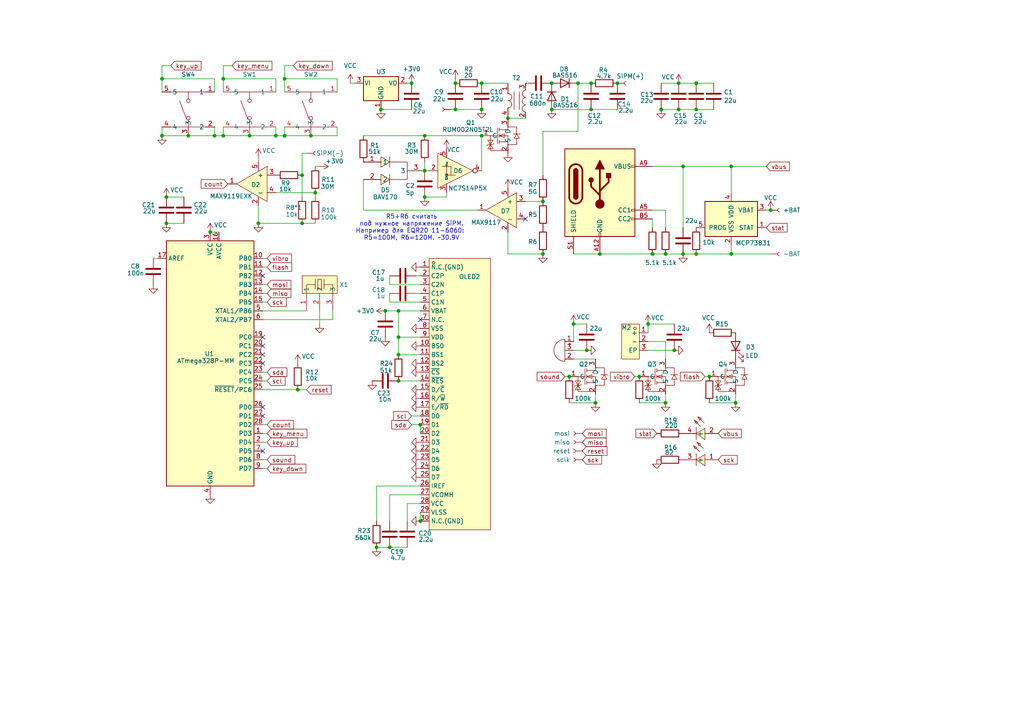
<source format=kicad_sch>
(kicad_sch (version 20250114) (generator "eeschema") (generator_version "9.0")
  (paper "A4")
  (text "R5+R6 считать\nпод нужное напряжение SiPM.\nНапример для EQR20 11-6060: \nR5=100M, R6=120M. ~30.9V" (at 119.38 66.04 0) (effects (font (size 1.27 1.27))))
  (junction (at 86.36 113.03))
  (junction (at 132.08 31.75))
  (junction (at 189.23 73.66))
  (junction (at 121.92 151.13))
  (junction (at 74.93 64.77))
  (junction (at 212.09 73.66))
  (junction (at 119.38 24.13))
  (junction (at 115.57 102.87))
  (junction (at 160.02 24.13))
  (junction (at 147.32 34.29))
  (junction (at 87.63 64.77))
  (junction (at 64.77 39.37))
  (junction (at 80.01 39.37))
  (junction (at 115.57 110.49))
  (junction (at 195.58 101.6))
  (junction (at 82.55 39.37))
  (junction (at 48.26 64.77))
  (junction (at 213.36 116.84))
  (junction (at 110.49 31.75))
  (junction (at 198.12 48.26))
  (junction (at 157.48 58.42))
  (junction (at 185.42 109.22))
  (junction (at 166.37 93.98))
  (junction (at 196.85 24.13))
  (junction (at 196.85 31.75))
  (junction (at 187.96 93.98))
  (junction (at 123.19 39.37))
  (junction (at 179.07 24.13))
  (junction (at 212.09 48.26))
  (junction (at 123.19 49.53))
  (junction (at 46.99 39.37))
  (junction (at 201.93 31.75))
  (junction (at 165.1 109.22))
  (junction (at 46.99 22.86))
  (junction (at 132.08 24.13))
  (junction (at 115.57 90.17))
  (junction (at 90.17 39.37))
  (junction (at 223.52 60.96))
  (junction (at 115.57 97.79))
  (junction (at 139.7 39.37))
  (junction (at 171.45 31.75))
  (junction (at 123.19 57.15))
  (junction (at 157.48 73.66))
  (junction (at 193.04 116.84))
  (junction (at 193.04 73.66))
  (junction (at 139.7 24.13))
  (junction (at 87.63 50.8))
  (junction (at 54.61 39.37))
  (junction (at 172.72 116.84))
  (junction (at 121.92 123.19))
  (junction (at 62.23 39.37))
  (junction (at 109.22 158.75))
  (junction (at 191.77 31.75))
  (junction (at 139.7 31.75))
  (junction (at 48.26 57.15))
  (junction (at 82.55 22.86))
  (junction (at 113.03 158.75))
  (junction (at 171.45 24.13))
  (junction (at 111.76 90.17))
  (junction (at 201.93 73.66))
  (junction (at 160.02 31.75))
  (junction (at 91.44 55.88))
  (junction (at 167.64 24.13))
  (junction (at 72.39 39.37))
  (junction (at 64.77 22.86))
  (junction (at 201.93 24.13))
  (junction (at 60.96 67.31))
  (junction (at 173.99 73.66))
  (junction (at 170.18 101.6))
  (junction (at 198.12 73.66))
  (junction (at 205.74 109.22))
  (no_connect (at 76.2 102.87))
  (no_connect (at 121.92 92.71))
  (no_connect (at 76.2 100.33))
  (no_connect (at 76.2 120.65))
  (no_connect (at 76.2 105.41))
  (no_connect (at 152.4 63.5))
  (no_connect (at 76.2 97.79))
  (no_connect (at 76.2 80.01))
  (no_connect (at 76.2 118.11))
  (no_connect (at 76.2 130.81))
  (wire (pts (xy 201.93 31.75) (xy 207.01 31.75)))
  (wire (pts (xy 46.99 22.86) (xy 62.23 22.86)))
  (wire (pts (xy 172.72 116.84) (xy 172.72 114.3)))
  (wire (pts (xy 87.63 44.45) (xy 87.63 50.8)))
  (wire (pts (xy 193.04 60.96) (xy 189.23 60.96)))
  (wire (pts (xy 80.01 55.88) (xy 91.44 55.88)))
  (wire (pts (xy 96.52 92.71) (xy 96.52 90.17)))
  (wire (pts (xy 171.45 24.13) (xy 167.64 24.13)))
  (wire (pts (xy 204.47 109.22) (xy 205.74 109.22)))
  (wire (pts (xy 76.2 92.71) (xy 96.52 92.71)))
  (wire (pts (xy 111.76 90.17) (xy 115.57 90.17)))
  (wire (pts (xy 91.44 57.15) (xy 91.44 55.88)))
  (wire (pts (xy 119.38 123.19) (xy 121.92 123.19)))
  (wire (pts (xy 157.48 38.1) (xy 157.48 50.8)))
  (wire (pts (xy 147.32 73.66) (xy 157.48 73.66)))
  (wire (pts (xy 147.32 34.29) (xy 152.4 34.29)))
  (wire (pts (xy 64.77 39.37) (xy 72.39 39.37)))
  (wire (pts (xy 62.23 36.83) (xy 62.23 39.37)))
  (wire (pts (xy 201.93 73.66) (xy 212.09 73.66)))
  (wire (pts (xy 187.96 93.98) (xy 187.96 96.52)))
  (wire (pts (xy 82.55 39.37) (xy 90.17 39.37)))
  (wire (pts (xy 76.2 113.03) (xy 86.36 113.03)))
  (wire (pts (xy 76.2 74.93) (xy 77.47 74.93)))
  (wire (pts (xy 118.11 24.13) (xy 119.38 24.13)))
  (wire (pts (xy 170.18 101.6) (xy 166.37 101.6)))
  (wire (pts (xy 212.09 73.66) (xy 212.09 71.12)))
  (wire (pts (xy 86.36 113.03) (xy 88.9 113.03)))
  (wire (pts (xy 118.11 146.05) (xy 118.11 151.13)))
  (wire (pts (xy 123.19 46.99) (xy 123.19 49.53)))
  (wire (pts (xy 74.93 59.69) (xy 74.93 64.77)))
  (wire (pts (xy 91.44 48.26) (xy 92.71 48.26)))
  (wire (pts (xy 113.03 82.55) (xy 113.03 80.01)))
  (wire (pts (xy 74.93 45.72) (xy 74.93 46.99)))
  (wire (pts (xy 195.58 101.6) (xy 187.96 101.6)))
  (wire (pts (xy 74.93 64.77) (xy 87.63 64.77)))
  (wire (pts (xy 121.92 140.97) (xy 109.22 140.97)))
  (wire (pts (xy 110.49 31.75) (xy 119.38 31.75)))
  (wire (pts (xy 198.12 73.66) (xy 201.93 73.66)))
  (wire (pts (xy 189.23 48.26) (xy 198.12 48.26)))
  (wire (pts (xy 76.2 125.73) (xy 77.47 125.73)))
  (wire (pts (xy 189.23 73.66) (xy 193.04 73.66)))
  (wire (pts (xy 115.57 102.87) (xy 121.92 102.87)))
  (wire (pts (xy 115.57 110.49) (xy 121.92 110.49)))
  (wire (pts (xy 105.41 39.37) (xy 123.19 39.37)))
  (wire (pts (xy 189.23 63.5) (xy 189.23 66.04)))
  (wire (pts (xy 109.22 158.75) (xy 113.03 158.75)))
  (wire (pts (xy 196.85 31.75) (xy 201.93 31.75)))
  (wire (pts (xy 109.22 140.97) (xy 109.22 151.13)))
  (wire (pts (xy 97.79 39.37) (xy 90.17 39.37)))
  (wire (pts (xy 185.42 116.84) (xy 193.04 116.84)))
  (wire (pts (xy 54.61 39.37) (xy 62.23 39.37)))
  (wire (pts (xy 82.55 26.67) (xy 82.55 22.86)))
  (wire (pts (xy 121.92 148.59) (xy 121.92 151.13)))
  (wire (pts (xy 132.08 31.75) (xy 130.81 31.75)))
  (wire (pts (xy 205.74 116.84) (xy 213.36 116.84)))
  (wire (pts (xy 191.77 31.75) (xy 196.85 31.75)))
  (wire (pts (xy 167.64 38.1) (xy 167.64 24.13)))
  (wire (pts (xy 212.09 48.26) (xy 212.09 55.88)))
  (wire (pts (xy 76.2 107.95) (xy 77.47 107.95)))
  (wire (pts (xy 87.63 64.77) (xy 91.44 64.77)))
  (wire (pts (xy 198.12 48.26) (xy 198.12 66.04)))
  (wire (pts (xy 97.79 22.86) (xy 97.79 26.67)))
  (wire (pts (xy 97.79 36.83) (xy 97.79 39.37)))
  (wire (pts (xy 82.55 19.05) (xy 82.55 22.86)))
  (wire (pts (xy 62.23 22.86) (xy 62.23 26.67)))
  (wire (pts (xy 166.37 73.66) (xy 173.99 73.66)))
  (wire (pts (xy 152.4 58.42) (xy 157.48 58.42)))
  (wire (pts (xy 193.04 66.04) (xy 193.04 60.96)))
  (wire (pts (xy 115.57 97.79) (xy 121.92 97.79)))
  (wire (pts (xy 76.2 128.27) (xy 77.47 128.27)))
  (wire (pts (xy 80.01 22.86) (xy 80.01 26.67)))
  (wire (pts (xy 132.08 22.86) (xy 132.08 24.13)))
  (wire (pts (xy 115.57 97.79) (xy 115.57 102.87)))
  (wire (pts (xy 46.99 36.83) (xy 46.99 39.37)))
  (wire (pts (xy 212.09 73.66) (xy 223.52 73.66)))
  (wire (pts (xy 76.2 82.55) (xy 77.47 82.55)))
  (wire (pts (xy 123.19 57.15) (xy 129.54 57.15)))
  (wire (pts (xy 76.2 77.47) (xy 77.47 77.47)))
  (wire (pts (xy 60.96 67.31) (xy 63.5 67.31)))
  (wire (pts (xy 121.92 87.63) (xy 113.03 87.63)))
  (wire (pts (xy 76.2 85.09) (xy 77.47 85.09)))
  (wire (pts (xy 163.83 109.22) (xy 165.1 109.22)))
  (wire (pts (xy 222.25 60.96) (xy 223.52 60.96)))
  (wire (pts (xy 139.7 24.13) (xy 147.32 24.13)))
  (wire (pts (xy 119.38 120.65) (xy 121.92 120.65)))
  (wire (pts (xy 67.31 19.05) (xy 64.77 19.05)))
  (wire (pts (xy 187.96 99.06) (xy 193.04 99.06)))
  (wire (pts (xy 166.37 104.14) (xy 172.72 104.14)))
  (wire (pts (xy 193.04 99.06) (xy 193.04 104.14)))
  (wire (pts (xy 201.93 24.13) (xy 207.01 24.13)))
  (wire (pts (xy 213.36 116.84) (xy 213.36 114.3)))
  (wire (pts (xy 139.7 39.37) (xy 139.7 49.53)))
  (wire (pts (xy 113.03 87.63) (xy 113.03 85.09)))
  (wire (pts (xy 72.39 39.37) (xy 80.01 39.37)))
  (wire (pts (xy 82.55 36.83) (xy 82.55 39.37)))
  (wire (pts (xy 46.99 39.37) (xy 54.61 39.37)))
  (wire (pts (xy 92.71 90.17) (xy 92.71 93.98)))
  (wire (pts (xy 165.1 116.84) (xy 172.72 116.84)))
  (wire (pts (xy 64.77 26.67) (xy 64.77 22.86)))
  (wire (pts (xy 121.92 146.05) (xy 118.11 146.05)))
  (wire (pts (xy 46.99 26.67) (xy 46.99 22.86)))
  (wire (pts (xy 113.03 158.75) (xy 118.11 158.75)))
  (wire (pts (xy 121.92 123.19) (xy 121.92 125.73)))
  (wire (pts (xy 132.08 31.75) (xy 139.7 31.75)))
  (wire (pts (xy 120.65 80.01) (xy 121.92 80.01)))
  (wire (pts (xy 44.45 74.93) (xy 45.72 74.93)))
  (wire (pts (xy 193.04 116.84) (xy 193.04 114.3)))
  (wire (pts (xy 115.57 90.17) (xy 115.57 97.79)))
  (wire (pts (xy 121.92 90.17) (xy 115.57 90.17)))
  (wire (pts (xy 121.92 143.51) (xy 113.03 143.51)))
  (wire (pts (xy 138.43 60.96) (xy 105.41 60.96)))
  (wire (pts (xy 49.53 19.05) (xy 46.99 19.05)))
  (wire (pts (xy 48.26 57.15) (xy 53.34 57.15)))
  (wire (pts (xy 196.85 24.13) (xy 201.93 24.13)))
  (wire (pts (xy 80.01 39.37) (xy 82.55 39.37)))
  (wire (pts (xy 76.2 87.63) (xy 77.47 87.63)))
  (wire (pts (xy 64.77 22.86) (xy 80.01 22.86)))
  (wire (pts (xy 76.2 123.19) (xy 77.47 123.19)))
  (wire (pts (xy 76.2 90.17) (xy 88.9 90.17)))
  (wire (pts (xy 184.15 109.22) (xy 185.42 109.22)))
  (wire (pts (xy 166.37 93.98) (xy 170.18 93.98)))
  (wire (pts (xy 123.19 49.53) (xy 124.46 49.53)))
  (wire (pts (xy 129.54 57.15) (xy 129.54 55.88)))
  (wire (pts (xy 76.2 135.89) (xy 77.47 135.89)))
  (wire (pts (xy 76.2 110.49) (xy 77.47 110.49)))
  (wire (pts (xy 64.77 19.05) (xy 64.77 22.86)))
  (wire (pts (xy 88.9 44.45) (xy 87.63 44.45)))
  (wire (pts (xy 173.99 73.66) (xy 189.23 73.66)))
  (wire (pts (xy 85.09 19.05) (xy 82.55 19.05)))
  (wire (pts (xy 113.03 143.51) (xy 113.03 151.13)))
  (wire (pts (xy 46.99 19.05) (xy 46.99 22.86)))
  (wire (pts (xy 105.41 60.96) (xy 105.41 52.07)))
  (wire (pts (xy 193.04 73.66) (xy 198.12 73.66)))
  (wire (pts (xy 160.02 31.75) (xy 171.45 31.75)))
  (wire (pts (xy 76.2 133.35) (xy 77.47 133.35)))
  (wire (pts (xy 123.19 39.37) (xy 139.7 39.37)))
  (wire (pts (xy 191.77 24.13) (xy 196.85 24.13)))
  (wire (pts (xy 198.12 48.26) (xy 212.09 48.26)))
  (wire (pts (xy 120.65 85.09) (xy 121.92 85.09)))
  (wire (pts (xy 80.01 36.83) (xy 80.01 39.37)))
  (wire (pts (xy 87.63 50.8) (xy 87.63 57.15)))
  (wire (pts (xy 187.96 93.98) (xy 195.58 93.98)))
  (wire (pts (xy 121.92 82.55) (xy 113.03 82.55)))
  (wire (pts (xy 64.77 36.83) (xy 64.77 39.37)))
  (wire (pts (xy 222.25 48.26) (xy 212.09 48.26)))
  (wire (pts (xy 147.32 67.31) (xy 147.32 73.66)))
  (wire (pts (xy 48.26 64.77) (xy 53.34 64.77)))
  (wire (pts (xy 166.37 93.98) (xy 166.37 99.06)))
  (wire (pts (xy 101.6 24.13) (xy 102.87 24.13)))
  (wire (pts (xy 171.45 31.75) (xy 179.07 31.75)))
  (wire (pts (xy 82.55 22.86) (xy 97.79 22.86)))
  (wire (pts (xy 62.23 39.37) (xy 64.77 39.37)))
  (wire (pts (xy 157.48 38.1) (xy 167.64 38.1)))
  (global_label "sda" (shape input) (at 119.38 123.19 180) (property "Intersheetrefs" "${INTERSHEET_REFS}" (effects (hide yes))))
  (global_label "sck" (shape input) (at 77.47 87.63 0) (property "Intersheetrefs" "${INTERSHEET_REFS}" (effects (hide yes))))
  (global_label "reset" (shape input) (at 168.91 130.81 0) (property "Intersheetrefs" "${INTERSHEET_REFS}" (effects (hide yes))))
  (global_label "flash" (shape input) (at 77.47 77.47 0) (property "Intersheetrefs" "${INTERSHEET_REFS}" (effects (hide yes))))
  (global_label "stat" (shape input) (at 222.25 66.04 0) (property "Intersheetrefs" "${INTERSHEET_REFS}" (effects (hide yes))))
  (global_label "key_menu" (shape input) (at 77.47 125.73 0) (property "Intersheetrefs" "${INTERSHEET_REFS}" (effects (hide yes))))
  (global_label "flash" (shape input) (at 204.47 109.22 180) (property "Intersheetrefs" "${INTERSHEET_REFS}" (effects (hide yes))))
  (global_label "key_up" (shape input) (at 49.53 19.05 0) (property "Intersheetrefs" "${INTERSHEET_REFS}" (effects (hide yes))))
  (global_label "sound" (shape input) (at 77.47 133.35 0) (property "Intersheetrefs" "${INTERSHEET_REFS}" (effects (hide yes))))
  (global_label "sound" (shape input) (at 163.83 109.22 180) (property "Intersheetrefs" "${INTERSHEET_REFS}" (effects (hide yes))))
  (global_label "scl" (shape input) (at 119.38 120.65 180) (property "Intersheetrefs" "${INTERSHEET_REFS}" (effects (hide yes))))
  (global_label "key_up" (shape input) (at 77.47 128.27 0) (property "Intersheetrefs" "${INTERSHEET_REFS}" (effects (hide yes))))
  (global_label "vibro" (shape input) (at 184.15 109.22 180) (property "Intersheetrefs" "${INTERSHEET_REFS}" (effects (hide yes))))
  (global_label "sda" (shape input) (at 77.47 107.95 0) (property "Intersheetrefs" "${INTERSHEET_REFS}" (effects (hide yes))))
  (global_label "key_menu" (shape input) (at 67.31 19.05 0) (property "Intersheetrefs" "${INTERSHEET_REFS}" (effects (hide yes))))
  (global_label "count" (shape input) (at 77.47 123.19 0) (property "Intersheetrefs" "${INTERSHEET_REFS}" (effects (hide yes))))
  (global_label "reset" (shape input) (at 88.9 113.03 0) (property "Intersheetrefs" "${INTERSHEET_REFS}" (effects (hide yes))))
  (global_label "vibro" (shape input) (at 77.47 74.93 0) (property "Intersheetrefs" "${INTERSHEET_REFS}" (effects (hide yes))))
  (global_label "miso" (shape input) (at 77.47 85.09 0) (property "Intersheetrefs" "${INTERSHEET_REFS}" (effects (hide yes))))
  (global_label "scl" (shape input) (at 77.47 110.49 0) (property "Intersheetrefs" "${INTERSHEET_REFS}" (effects (hide yes))))
  (global_label "key_down" (shape input) (at 77.47 135.89 0) (property "Intersheetrefs" "${INTERSHEET_REFS}" (effects (hide yes))))
  (global_label "vbus" (shape input) (at 222.25 48.26 0) (property "Intersheetrefs" "${INTERSHEET_REFS}" (effects (hide yes))))
  (global_label "sck" (shape input) (at 168.91 133.35 0) (property "Intersheetrefs" "${INTERSHEET_REFS}" (effects (hide yes))))
  (global_label "mosi" (shape input) (at 168.91 125.73 0) (property "Intersheetrefs" "${INTERSHEET_REFS}" (effects (hide yes))))
  (global_label "miso" (shape input) (at 168.91 128.27 0) (property "Intersheetrefs" "${INTERSHEET_REFS}" (effects (hide yes))))
  (global_label "count" (shape input) (at 66.04 53.34 180) (property "Intersheetrefs" "${INTERSHEET_REFS}" (effects (hide yes))))
  (global_label "vbus" (shape input) (at 208.28 125.73 0) (property "Intersheetrefs" "${INTERSHEET_REFS}" (effects (hide yes))))
  (global_label "sck" (shape input) (at 208.28 133.35 0) (property "Intersheetrefs" "${INTERSHEET_REFS}" (effects (hide yes))))
  (global_label "stat" (shape input) (at 190.5 125.73 180) (property "Intersheetrefs" "${INTERSHEET_REFS}" (effects (hide yes))))
  (global_label "key_down" (shape input) (at 85.09 19.05 0) (property "Intersheetrefs" "${INTERSHEET_REFS}" (effects (hide yes))))
  (global_label "mosi" (shape input) (at 77.47 82.55 0) (property "Intersheetrefs" "${INTERSHEET_REFS}" (effects (hide yes))))
  (symbol (lib_id "My_Library:Conn") (at 226.06 60.96 0) (unit 1)
    (property "Reference" "J7" (effects (hide yes)))
    (property "Value" "+BAT" (at 227.076 60.96 0) (effects (justify left)))
    (property "Footprint" "lib:ConnMini" (effects (hide yes)))
    (property "Description" "Generic connector, single row, 01x01" (effects (hide yes)))
  )
  (symbol (lib_id "power:VCC") (at 223.52 60.96 0) (unit 1)
    (property "Reference" "#PWR032" (effects (hide yes)))
    (property "Value" "VCC" (at 223.52 57.404 0))
    (property "Description" "Power symbol creates a global label with name \"VCC\"" (effects (hide yes)))
  )
  (symbol (lib_id "My_Library:Conn") (at 166.37 128.27 180) (unit 1)
    (property "Reference" "J10" (effects (hide yes)))
    (property "Value" "miso" (at 165.354 128.27 0) (effects (justify left)))
    (property "Footprint" "lib:ConnMini" (effects (hide yes)))
    (property "Description" "Generic connector, single row, 01x01" (effects (hide yes)))
  )
  (symbol (lib_id "power:GND") (at 139.7 31.75 0) (unit 1)
    (property "Reference" "#PWR010" (effects (hide yes)))
    (property "Value" "GND" (effects (hide yes)))
    (property "Description" "Power symbol creates a global label with name \"GND\" , ground" (effects (hide yes)))
  )
  (symbol (lib_id "Device:R") (at 91.44 52.07 0) (unit 1)
    (property "Reference" "R11" (at 93.218 52.07 0) (effects (justify left)))
    (property "Value" "30M" (at 92.964 54.102 0) (effects (justify left)))
    (property "Footprint" "Resistor_SMD:R_0402_1005Metric" (effects (hide yes)))
    (property "Description" "Resistor" (effects (hide yes)))
  )
  (symbol (lib_id "My_Library:MAX9117") (at 77.47 53.34 0) (mirror y) (unit 1)
    (property "Reference" "D2" (at 74.168 53.594 0))
    (property "Value" "MAX9119EXK" (at 67.056 56.896 0))
    (property "Footprint" "Package_TO_SOT_SMD:SOT-353_SC-70-5" (effects (hide yes)))
  )
  (symbol (lib_id "power:GND") (at 121.92 128.27 270) (unit 1)
    (property "Reference" "#PWR042" (effects (hide yes)))
    (property "Value" "GND" (effects (hide yes)))
    (property "Description" "Power symbol creates a global label with name \"GND\" , ground" (effects (hide yes)))
  )
  (symbol (lib_id "Device:C") (at 198.12 69.85 0) (unit 1)
    (property "Reference" "C16" (effects (hide yes)))
    (property "Value" "22u" (at 198.628 64.008 0) (effects (justify left)))
    (property "Footprint" "Capacitor_SMD:C_0402_1005Metric" (effects (hide yes)))
  )
  (symbol (lib_id "Device:C") (at 171.45 27.94 180) (unit 1)
    (property "Reference" "C12" (at 170.434 33.528 0) (effects (justify right)))
    (property "Value" "2.2u" (at 170.434 35.306 0) (effects (justify right)))
    (property "Footprint" "Capacitor_SMD:C_0603_1608Metric" (effects (hide yes)))
    (property "Description" "Unpolarized capacitor" (effects (hide yes)))
  )
  (symbol (lib_id "Device:C") (at 201.93 27.94 180) (unit 1)
    (property "Reference" "C3" (at 201.168 33.528 0) (effects (justify right)))
    (property "Value" "22u" (at 201.168 35.306 0) (effects (justify right)))
    (property "Footprint" "Capacitor_SMD:C_0402_1005Metric" (effects (hide yes)))
    (property "Description" "Unpolarized capacitor" (effects (hide yes)))
  )
  (symbol (lib_id "power:GND") (at 121.92 107.95 270) (unit 1)
    (property "Reference" "#PWR038" (effects (hide yes)))
    (property "Value" "GND" (effects (hide yes)))
    (property "Description" "Power symbol creates a global label with name \"GND\" , ground" (effects (hide yes)))
  )
  (symbol (lib_id "easyeda2kicad:KMS231GLFS") (at 54.61 33.02 180) (unit 1)
    (property "Reference" "SW4" (at 54.61 21.59 0))
    (property "Value" "KMS231GLFS" (effects (hide yes)))
    (property "Footprint" "easyeda2kicad:SW-SMD_KMS2XXGXXX" (effects (hide yes)))
    (property "Datasheet" "https://lcsc.com/product-detail/Others_C-K-KMS231GLFS_C221701.html" (effects (hide yes)))
    (property "LCSC Part" "C221701" (effects (hide yes)))
  )
  (symbol (lib_id "Device:R") (at 201.93 69.85 0) (unit 1)
    (property "Reference" "R14" (effects (hide yes)))
    (property "Value" "10k" (at 203.708 70.2838 0) (effects (justify left)))
    (property "Footprint" "Resistor_SMD:R_0402_1005Metric" (effects (hide yes)))
  )
  (symbol (lib_id "power:VCC") (at 147.32 54.61 0) (unit 1)
    (property "Reference" "#PWR03" (effects (hide yes)))
    (property "Value" "VCC" (at 149.86 52.832 0))
    (property "Description" "Power symbol creates a global label with name \"VCC\"" (effects (hide yes)))
  )
  (symbol (lib_id "Device:C") (at 156.21 24.13 90) (unit 1)
    (property "Reference" "C11" (at 155.702 27.94 90))
    (property "Value" "680n" (at 155.956 29.972 90))
    (property "Footprint" "Capacitor_SMD:C_0402_1005Metric" (effects (hide yes)))
    (property "Description" "Unpolarized capacitor" (effects (hide yes)))
  )
  (symbol (lib_id "Device:R") (at 157.48 69.85 0) (unit 1)
    (property "Reference" "R6" (at 153.162 70.104 0) (effects (justify left)))
    (property "Value" "10M" (effects (hide yes)))
    (property "Footprint" "Resistor_SMD:R_0402_1005Metric" (effects (hide yes)))
    (property "Description" "Resistor" (effects (hide yes)))
  )
  (symbol (lib_id "power:GND") (at 107.95 110.49 0) (unit 1)
    (property "Reference" "#PWR049" (effects (hide yes)))
    (property "Value" "GND" (effects (hide yes)))
    (property "Description" "Power symbol creates a global label with name \"GND\" , ground" (effects (hide yes)))
  )
  (symbol (lib_id "easyeda2kicad:KMS231GLFS") (at 72.39 33.02 180) (unit 1)
    (property "Reference" "SW1" (at 72.39 21.59 0))
    (property "Value" "KMS231GLFS" (effects (hide yes)))
    (property "Footprint" "easyeda2kicad:SW-SMD_KMS2XXGXXX" (effects (hide yes)))
    (property "Datasheet" "https://lcsc.com/product-detail/Others_C-K-KMS231GLFS_C221701.html" (effects (hide yes)))
    (property "LCSC Part" "C221701" (effects (hide yes)))
  )
  (symbol (lib_id "Device:C") (at 132.08 27.94 0) (unit 1)
    (property "Reference" "C9" (at 125.984 26.67 0) (effects (justify left)))
    (property "Value" "22u" (at 125.476 28.702 0) (effects (justify left)))
    (property "Footprint" "Capacitor_SMD:C_0402_1005Metric" (effects (hide yes)))
    (property "Description" "Unpolarized capacitor" (effects (hide yes)))
  )
  (symbol (lib_id "easyeda2kicad:LTST-C195KGJRKT") (at 203.2 128.27 0) (unit 1)
    (property "Reference" "LED1" (effects (hide yes)))
    (property "Value" "LTST-C195KGJRKT" (effects (hide yes)))
    (property "Footprint" "easyeda2kicad:LED-ARRAY-SMD_0603-4P-L1.6-W1.5-BR-RD" (effects (hide yes)))
    (property "Datasheet" "https://lcsc.com/product-detail/Light-Emitting-Diodes-LED_SMD-green-red_C125104.html" (effects (hide yes)))
    (property "LCSC Part" "C125104" (effects (hide yes)))
  )
  (symbol (lib_id "power:GND") (at 92.71 93.98 0) (unit 1)
    (property "Reference" "#PWR024" (effects (hide yes)))
    (property "Value" "GND" (effects (hide yes)))
    (property "Description" "Power symbol creates a global label with name \"GND\" , ground" (effects (hide yes)))
  )
  (symbol (lib_id "power:VCC") (at 205.74 96.52 0) (unit 1)
    (property "Reference" "#PWR030" (effects (hide yes)))
    (property "Value" "VCC" (at 205.486 92.202 0))
    (property "Description" "Power symbol creates a global label with name \"VCC\"" (effects (hide yes)))
  )
  (symbol (lib_id "Device:C") (at 195.58 97.79 0) (unit 1)
    (property "Reference" "C5" (effects (hide yes)))
    (property "Value" "22u" (at 196.342 95.25 0) (effects (justify left)))
    (property "Footprint" "Capacitor_SMD:C_0402_1005Metric" (effects (hide yes)))
  )
  (symbol (lib_id "power:GND") (at 121.92 138.43 270) (unit 1)
    (property "Reference" "#PWR046" (effects (hide yes)))
    (property "Value" "GND" (effects (hide yes)))
    (property "Description" "Power symbol creates a global label with name \"GND\" , ground" (effects (hide yes)))
  )
  (symbol (lib_id "power:GND") (at 110.49 31.75 0) (unit 1)
    (property "Reference" "#PWR019" (effects (hide yes)))
    (property "Value" "GND" (effects (hide yes)))
    (property "Description" "Power symbol creates a global label with name \"GND\" , ground" (effects (hide yes)))
  )
  (symbol (lib_id "Device:R") (at 205.74 113.03 0) (unit 1)
    (property "Reference" "R22" (effects (hide yes)))
    (property "Value" "100k" (at 207.264 115.57 0) (effects (justify left)))
    (property "Footprint" "Resistor_SMD:R_0402_1005Metric" (effects (hide yes)))
  )
  (symbol (lib_id "power:VCC") (at 101.6 24.13 0) (unit 1)
    (property "Reference" "#PWR06" (effects (hide yes)))
    (property "Value" "VCC" (at 101.6 19.05 0))
    (property "Description" "Power symbol creates a global label with name \"VCC\"" (effects (hide yes)))
  )
  (symbol (lib_id "Device:R") (at 189.23 69.85 0) (unit 1)
    (property "Reference" "R18" (effects (hide yes)))
    (property "Value" "5.1k" (at 189.23 76.2 0))
    (property "Footprint" "Resistor_SMD:R_0402_1005Metric" (effects (hide yes)))
  )
  (symbol (lib_id "power:GND") (at 48.26 64.77 0) (unit 1)
    (property "Reference" "#PWR023" (effects (hide yes)))
    (property "Value" "GND" (effects (hide yes)))
    (property "Description" "Power symbol creates a global label with name \"GND\" , ground" (effects (hide yes)))
  )
  (symbol (lib_id "Device:R") (at 175.26 24.13 90) (unit 1)
    (property "Reference" "R4" (at 175.006 20.32 90))
    (property "Value" "4.7k" (at 177.292 22.098 90) (effects (justify left)))
    (property "Footprint" "Resistor_SMD:R_0402_1005Metric" (effects (hide yes)))
    (property "Description" "Resistor" (effects (hide yes)))
  )
  (symbol (lib_id "Device:R") (at 87.63 60.96 0) (unit 1)
    (property "Reference" "R8*1" (at 82.804 60.198 0) (effects (justify left)))
    (property "Value" "10k" (at 82.804 62.23 0) (effects (justify left)))
    (property "Footprint" "Resistor_SMD:R_0402_1005Metric" (effects (hide yes)))
    (property "Description" "Resistor" (effects (hide yes)))
  )
  (symbol (lib_id "My_Library:NC7SZ14") (at 132.08 49.53 0) (unit 1)
    (property "Reference" "D6" (at 132.842 49.53 0))
    (property "Value" "NC7S14P5X" (at 135.636 54.61 0))
    (property "Footprint" "easyeda2kicad:SC-70-5_L2.1-W1.3-P0.65-LS2.2-BR" (effects (hide yes)))
  )
  (symbol (lib_id "power:GND") (at 170.18 101.6 90) (unit 1)
    (property "Reference" "#PWR026" (effects (hide yes)))
    (property "Value" "GND" (effects (hide yes)))
    (property "Description" "Power symbol creates a global label with name \"GND\" , ground" (effects (hide yes)))
  )
  (symbol (lib_id "power:GND") (at 121.92 77.47 270) (unit 1)
    (property "Reference" "#PWR033" (effects (hide yes)))
    (property "Value" "GND" (effects (hide yes)))
    (property "Description" "Power symbol creates a global label with name \"GND\" , ground" (effects (hide yes)))
  )
  (symbol (lib_id "power:GND") (at 157.48 73.66 0) (unit 1)
    (property "Reference" "#PWR012" (effects (hide yes)))
    (property "Value" "GND" (effects (hide yes)))
    (property "Description" "Power symbol creates a global label with name \"GND\" , ground" (effects (hide yes)))
  )
  (symbol (lib_id "My_Library:Conn") (at 181.61 24.13 0) (unit 1)
    (property "Reference" "J1" (effects (hide yes)))
    (property "Value" "SiPM(+)" (at 178.816 22.098 0) (effects (justify left)))
    (property "Footprint" "lib:ConnMini" (effects (hide yes)))
    (property "Description" "Generic connector, single row, 01x01" (effects (hide yes)))
  )
  (symbol (lib_id "My_Library:Conn") (at 166.37 130.81 180) (unit 1)
    (property "Reference" "J12" (effects (hide yes)))
    (property "Value" "reset" (at 165.354 130.81 0) (effects (justify left)))
    (property "Footprint" "lib:ConnMini" (effects (hide yes)))
    (property "Description" "Generic connector, single row, 01x01" (effects (hide yes)))
  )
  (symbol (lib_id "My_Library:Conn") (at 128.27 31.75 180) (unit 1)
    (property "Reference" "J5" (effects (hide yes)))
    (property "Value" "Conn" (effects (hide yes)))
    (property "Footprint" "lib:ConnMini" (effects (hide yes)))
    (property "Description" "Generic connector, single row, 01x01" (effects (hide yes)))
  )
  (symbol (lib_id "power:GND") (at 109.22 158.75 0) (unit 1)
    (property "Reference" "#PWR035" (effects (hide yes)))
    (property "Value" "GND" (effects (hide yes)))
    (property "Description" "Power symbol creates a global label with name \"GND\" , ground" (effects (hide yes)))
  )
  (symbol (lib_id "Device:C") (at 116.84 85.09 270) (unit 1)
    (property "Reference" "C18" (at 111.76 84.074 90) (effects (justify right)))
    (property "Value" "1u" (at 111.76 85.852 90) (effects (justify right)))
    (property "Footprint" "Capacitor_SMD:C_0402_1005Metric" (effects (hide yes)))
    (property "Description" "Unpolarized capacitor" (effects (hide yes)))
  )
  (symbol (lib_id "power:GND") (at 121.92 105.41 270) (unit 1)
    (property "Reference" "#PWR037" (effects (hide yes)))
    (property "Value" "GND" (effects (hide yes)))
    (property "Description" "Power symbol creates a global label with name \"GND\" , ground" (effects (hide yes)))
  )
  (symbol (lib_id "Regulator_Linear:MCP1700x-330xxTT") (at 110.49 24.13 0) (unit 1)
    (property "Reference" "U3" (at 110.49 20.828 0))
    (property "Value" "MCP1700x-300xxTT" (effects (hide yes)))
    (property "Footprint" "Package_TO_SOT_SMD:SOT-23" (effects (hide yes)))
    (property "Datasheet" "http://ww1.microchip.com/downloads/en/DeviceDoc/20001826D.pdf" (effects (hide yes)))
    (property "Description" "250mA Low Quiscent Current LDO, 3.3V output, SOT-23" (effects (hide yes)))
  )
  (symbol (lib_id "power:VCC") (at 132.08 22.86 0) (unit 1)
    (property "Reference" "#PWR016" (effects (hide yes)))
    (property "Value" "VCC" (at 129.286 20.828 0))
    (property "Description" "Power symbol creates a global label with name \"VCC\"" (effects (hide yes)))
  )
  (symbol (lib_id "My_Library:Conn") (at 166.37 133.35 180) (unit 1)
    (property "Reference" "J11" (effects (hide yes)))
    (property "Value" "sclk" (at 165.354 133.35 0) (effects (justify left)))
    (property "Footprint" "lib:ConnMini" (effects (hide yes)))
    (property "Description" "Generic connector, single row, 01x01" (effects (hide yes)))
  )
  (symbol (lib_id "Device:R") (at 83.82 50.8 90) (unit 1)
    (property "Reference" "R9" (at 82.804 53.086 90))
    (property "Value" "10k" (at 84.582 54.864 90) (effects (justify left)))
    (property "Footprint" "Resistor_SMD:R_0402_1005Metric" (effects (hide yes)))
    (property "Description" "Resistor" (effects (hide yes)))
  )
  (symbol (lib_id "Diode:BAS516") (at 160.02 27.94 270) (unit 1)
    (property "Reference" "D1" (at 162.56 28.702 90) (effects (justify left)))
    (property "Value" "BAS516" (at 160.274 30.48 90) (effects (justify left)))
    (property "Footprint" "Diode_SMD:D_SOD-523" (effects (hide yes)))
    (property "Datasheet" "https://assets.nexperia.com/documents/data-sheet/BAS16_SER.pdf" (effects (hide yes)))
    (property "Description" "100V, 0.25A, High-speed Switching Diode, SOD-523" (effects (hide yes)))
    (property "Sim.Device" "D" (effects (hide yes)))
    (property "Sim.Pins" "1=K 2=A" (effects (hide yes)))
  )
  (symbol (lib_id "Device:C") (at 48.26 60.96 0) (unit 1)
    (property "Reference" "C21" (at 41.148 59.436 0) (effects (justify left)))
    (property "Value" "22u" (at 41.402 61.214 0) (effects (justify left)))
    (property "Footprint" "Capacitor_SMD:C_0402_1005Metric" (effects (hide yes)))
    (property "Description" "Unpolarized capacitor" (effects (hide yes)))
  )
  (symbol (lib_id "power:GND") (at 121.92 113.03 270) (unit 1)
    (property "Reference" "#PWR039" (effects (hide yes)))
    (property "Value" "GND" (effects (hide yes)))
    (property "Description" "Power symbol creates a global label with name \"GND\" , ground" (effects (hide yes)))
  )
  (symbol (lib_id "Device:LED") (at 213.36 100.33 90) (unit 1)
    (property "Reference" "D3" (at 216.281 100.7053 90) (effects (justify right)))
    (property "Value" "LED" (at 216.281 103.1296 90) (effects (justify right)))
    (property "Footprint" "Diode_SMD:D_0805_2012Metric" (effects (hide yes)))
    (property "Description" "Light emitting diode" (effects (hide yes)))
    (property "Sim.Pins" "1=K 2=A" (effects (hide yes)))
  )
  (symbol (lib_id "Device:C") (at 119.38 27.94 0) (unit 1)
    (property "Reference" "C6" (at 119.888 30.48 0) (effects (justify left)))
    (property "Value" "22u" (at 119.634 32.258 0) (effects (justify left)))
    (property "Footprint" "Capacitor_SMD:C_0402_1005Metric" (effects (hide yes)))
    (property "Description" "Unpolarized capacitor" (effects (hide yes)))
  )
  (symbol (lib_id "Device:R") (at 194.31 125.73 270) (unit 1)
    (property "Reference" "R19" (at 192.532 121.92 90) (effects (justify left)))
    (property "Value" "220" (at 192.786 123.444 90) (effects (justify left)))
    (property "Footprint" "Resistor_SMD:R_0402_1005Metric" (effects (hide yes)))
    (property "Description" "Resistor" (effects (hide yes)))
  )
  (symbol (lib_id "Device:R") (at 185.42 113.03 0) (unit 1)
    (property "Reference" "R21" (effects (hide yes)))
    (property "Value" "100k" (at 186.944 115.57 0) (effects (justify left)))
    (property "Footprint" "Resistor_SMD:R_0402_1005Metric" (effects (hide yes)))
  )
  (symbol (lib_id "Device:C") (at 118.11 154.94 0) (unit 1)
    (property "Reference" "C20" (at 125.222 154.686 0) (effects (justify right)))
    (property "Value" "2.2u" (at 125.73 156.464 0) (effects (justify right)))
    (property "Footprint" "Capacitor_SMD:C_0402_1005Metric" (effects (hide yes)))
    (property "Description" "Unpolarized capacitor" (effects (hide yes)))
  )
  (symbol (lib_id "power:GND") (at 121.92 133.35 270) (unit 1)
    (property "Reference" "#PWR044" (effects (hide yes)))
    (property "Value" "GND" (effects (hide yes)))
    (property "Description" "Power symbol creates a global label with name \"GND\" , ground" (effects (hide yes)))
  )
  (symbol (lib_id "Device:C") (at 139.7 27.94 0) (unit 1)
    (property "Reference" "C10" (at 141.986 26.67 0) (effects (justify left)))
    (property "Value" "22u" (at 142.24 28.702 0) (effects (justify left)))
    (property "Footprint" "Capacitor_SMD:C_0402_1005Metric" (effects (hide yes)))
    (property "Description" "Unpolarized capacitor" (effects (hide yes)))
  )
  (symbol (lib_id "easyeda2kicad:CSTCE16M0V53-R0") (at 92.71 85.09 0) (unit 1)
    (property "Reference" "X1" (at 98.425 82.55 0) (effects (justify left)))
    (property "Value" "CSTCE16M0V53-R0" (effects (hide yes)))
    (property "Footprint" "Crystal:Resonator_SMD_Murata_CSTxExxV-3Pin_3.0x1.1mm" (effects (hide yes)))
    (property "Datasheet" "https://lcsc.com/product-detail/Ceramic-Resonators_muRata_CSTCE16M0V53-R0_CSTCE16M0V53-R0_C32180.html" (effects (hide yes)))
    (property "LCSC Part" "C32180" (effects (hide yes)))
  )
  (symbol (lib_id "power:GND") (at 213.36 116.84 0) (unit 1)
    (property "Reference" "#PWR022" (effects (hide yes)))
    (property "Value" "GND" (effects (hide yes)))
    (property "Description" "Power symbol creates a global label with name \"GND\" , ground" (effects (hide yes)))
  )
  (symbol (lib_id "Device:C") (at 207.01 27.94 0) (unit 1)
    (property "Reference" "C1" (at 209.931 26.7278 0) (effects (justify left)))
    (property "Value" "22u" (at 209.931 29.1521 0) (effects (justify left)))
    (property "Footprint" "Capacitor_SMD:C_0402_1005Metric" (effects (hide yes)))
    (property "Description" "Unpolarized capacitor" (effects (hide yes)))
  )
  (symbol (lib_id "Device:R") (at 105.41 43.18 180) (unit 1)
    (property "Reference" "R1" (at 108.712 42.164 0))
    (property "Value" "51k" (at 110.49 43.942 0) (effects (justify left)))
    (property "Footprint" "Resistor_SMD:R_0402_1005Metric" (effects (hide yes)))
    (property "Description" "Resistor" (effects (hide yes)))
  )
  (symbol (lib_id "power:GND") (at 172.72 116.84 0) (unit 1)
    (property "Reference" "#PWR09" (effects (hide yes)))
    (property "Value" "GND" (effects (hide yes)))
    (property "Description" "Power symbol creates a global label with name \"GND\" , ground" (effects (hide yes)))
  )
  (symbol (lib_id "power:VCC") (at 74.93 45.72 0) (unit 1)
    (property "Reference" "#PWR04" (effects (hide yes)))
    (property "Value" "VCC" (at 77.978 43.688 0))
    (property "Description" "Power symbol creates a global label with name \"VCC\"" (effects (hide yes)))
  )
  (symbol (lib_id "power:GND") (at 121.92 135.89 270) (unit 1)
    (property "Reference" "#PWR045" (effects (hide yes)))
    (property "Value" "GND" (effects (hide yes)))
    (property "Description" "Power symbol creates a global label with name \"GND\" , ground" (effects (hide yes)))
  )
  (symbol (lib_id "Device:C") (at 123.19 53.34 180) (unit 1)
    (property "Reference" "C2" (at 117.602 53.848 0) (effects (justify right)))
    (property "Value" "5p" (at 117.602 55.88 0) (effects (justify right)))
    (property "Footprint" "Capacitor_SMD:C_0402_1005Metric" (effects (hide yes)))
    (property "Description" "Unpolarized capacitor" (effects (hide yes)))
  )
  (symbol (lib_id "Diode:BAS516") (at 163.83 24.13 180) (unit 1)
    (property "Reference" "D8" (at 163.576 20.066 0))
    (property "Value" "BAS516" (at 163.83 21.844 0))
    (property "Footprint" "Diode_SMD:D_SOD-523" (effects (hide yes)))
    (property "Datasheet" "https://assets.nexperia.com/documents/data-sheet/BAS16_SER.pdf" (effects (hide yes)))
    (property "Description" "100V, 0.25A, High-speed Switching Diode, SOD-523" (effects (hide yes)))
    (property "Sim.Device" "D" (effects (hide yes)))
    (property "Sim.Pins" "1=K 2=A" (effects (hide yes)))
  )
  (symbol (lib_id "Device:C") (at 170.18 97.79 0) (unit 1)
    (property "Reference" "C4" (effects (hide yes)))
    (property "Value" "22u" (at 170.942 95.25 0) (effects (justify left)))
    (property "Footprint" "Capacitor_SMD:C_0402_1005Metric" (effects (hide yes)))
  )
  (symbol (lib_id "easyeda2kicad:N096-2864KSWEG01-H30") (at 133.35 114.3 0) (unit 1)
    (property "Reference" "OLED2" (at 133.096 80.264 0) (effects (justify left)))
    (property "Value" "N096-2864KSWEG01-H30" (effects (hide yes)))
    (property "Footprint" "easyeda2kicad:OLED_0.96-30P-P0.70-12864" (effects (hide yes)))
    (property "LCSC Part" "C2890596" (effects (hide yes)))
  )
  (symbol (lib_id "easyeda2kicad:BAV170") (at 114.3 49.53 0) (unit 1)
    (property "Reference" "D5" (at 111.76 55.118 0))
    (property "Value" "BAV170" (at 111.76 57.15 0))
    (property "Footprint" "Package_TO_SOT_SMD:SOT-523" (effects (hide yes)))
    (property "Datasheet" "https://lcsc.com/product-detail/Switching-Diode_BAV170_C68970.html" (effects (hide yes)))
    (property "LCSC Part" "C68970" (effects (hide yes)))
  )
  (symbol (lib_id "Device:C") (at 113.03 154.94 0) (unit 1)
    (property "Reference" "C19" (at 117.094 160.02 0) (effects (justify right)))
    (property "Value" "4.7u" (at 117.602 161.798 0) (effects (justify right)))
    (property "Footprint" "Capacitor_SMD:C_0402_1005Metric" (effects (hide yes)))
    (property "Description" "Unpolarized capacitor" (effects (hide yes)))
  )
  (symbol (lib_id "easyeda2kicad:Z3OC1T8219731") (at 182.88 99.06 0) (mirror y) (unit 1)
    (property "Reference" "M2" (at 183.134 94.996 0) (effects (justify left)))
    (property "Value" "Z3OC1T8219731" (effects (hide yes)))
    (property "Footprint" "easyeda2kicad:VIBRATING-MOTOR-SMD_3P-C9900001680" (effects (hide yes)))
    (property "LCSC Part" "C2894731" (effects (hide yes)))
  )
  (symbol (lib_id "power:GND") (at 46.99 39.37 0) (unit 1)
    (property "Reference" "#PWR017" (effects (hide yes)))
    (property "Value" "GND" (effects (hide yes)))
    (property "Description" "Power symbol creates a global label with name \"GND\" , ground" (effects (hide yes)))
  )
  (symbol (lib_id "power:VCC") (at 48.26 57.15 0) (unit 1)
    (property "Reference" "#PWR048" (effects (hide yes)))
    (property "Value" "VCC" (at 51.308 55.118 0))
    (property "Description" "Power symbol creates a global label with name \"VCC\"" (effects (hide yes)))
  )
  (symbol (lib_id "power:+3V0") (at 111.76 90.17 90) (unit 1)
    (property "Reference" "#PWR047" (effects (hide yes)))
    (property "Value" "+3V0" (at 108.585 90.17 90) (effects (justify left)))
    (property "Description" "Power symbol creates a global label with name \"+3V0\"" (effects (hide yes)))
  )
  (symbol (lib_id "Device:R") (at 86.36 109.22 180) (unit 1)
    (property "Reference" "R12" (at 92.456 107.95 0) (effects (justify left)))
    (property "Value" "10k" (at 92.202 109.728 0) (effects (justify left)))
    (property "Footprint" "Resistor_SMD:R_0402_1005Metric" (effects (hide yes)))
    (property "Description" "Resistor" (effects (hide yes)))
  )
  (symbol (lib_id "Battery_Management:MCP73831-2-OT") (at 212.09 63.5 0) (unit 1)
    (property "Reference" "U2" (effects (hide yes)))
    (property "Value" "MCP73831" (at 213.36 70.485 0) (effects (justify left)))
    (property "Footprint" "Package_TO_SOT_SMD:SOT-23-5" (effects (hide yes)))
    (property "Datasheet" "http://ww1.microchip.com/downloads/en/DeviceDoc/20001984g.pdf" (effects (hide yes)))
  )
  (symbol (lib_id "Device:C") (at 111.76 110.49 90) (unit 1)
    (property "Reference" "C23" (at 113.284 114.046 90) (effects (justify left)))
    (property "Value" "10n" (at 113.538 115.824 90) (effects (justify left)))
    (property "Footprint" "Capacitor_SMD:C_0402_1005Metric" (effects (hide yes)))
    (property "Description" "Unpolarized capacitor" (effects (hide yes)))
  )
  (symbol (lib_id "power:GND") (at 121.92 130.81 270) (unit 1)
    (property "Reference" "#PWR043" (effects (hide yes)))
    (property "Value" "GND" (effects (hide yes)))
    (property "Description" "Power symbol creates a global label with name \"GND\" , ground" (effects (hide yes)))
  )
  (symbol (lib_id "power:GND") (at 123.19 57.15 0) (unit 1)
    (property "Reference" "#PWR0102" (effects (hide yes)))
    (property "Value" "GND" (effects (hide yes)))
    (property "Description" "Power symbol creates a global label with name \"GND\" , ground" (effects (hide yes)))
  )
  (symbol (lib_id "Device:R") (at 135.89 24.13 90) (unit 1)
    (property "Reference" "R2" (at 135.89 20.066 90))
    (property "Value" "20" (at 137.16 21.844 90) (effects (justify left)))
    (property "Footprint" "Resistor_SMD:R_0402_1005Metric" (effects (hide yes)))
    (property "Description" "Resistor" (effects (hide yes)))
  )
  (symbol (lib_id "Device:R") (at 123.19 43.18 180) (unit 1)
    (property "Reference" "R3" (at 119.38 42.164 0))
    (property "Value" "30M" (at 121.412 43.942 0) (effects (justify left)))
    (property "Footprint" "Resistor_SMD:R_0402_1005Metric" (effects (hide yes)))
    (property "Description" "Resistor" (effects (hide yes)))
  )
  (symbol (lib_id "Device:R") (at 109.22 154.94 0) (unit 1)
    (property "Reference" "R23" (at 103.632 153.924 0) (effects (justify left)))
    (property "Value" "560k" (at 102.87 155.956 0) (effects (justify left)))
    (property "Footprint" "Resistor_SMD:R_0402_1005Metric" (effects (hide yes)))
    (property "Description" "Resistor" (effects (hide yes)))
  )
  (symbol (lib_id "power:+3V0") (at 119.38 24.13 0) (unit 1)
    (property "Reference" "#PWR025" (effects (hide yes)))
    (property "Value" "+3V0" (at 119.38 19.9969 0))
    (property "Description" "Power symbol creates a global label with name \"+3V0\"" (effects (hide yes)))
  )
  (symbol (lib_id "power:GND") (at 44.45 82.55 0) (unit 1)
    (property "Reference" "#PWR05" (effects (hide yes)))
    (property "Value" "GND" (effects (hide yes)))
    (property "Description" "Power symbol creates a global label with name \"GND\" , ground" (effects (hide yes)))
  )
  (symbol (lib_id "Device:R") (at 194.31 133.35 270) (unit 1)
    (property "Reference" "R16" (at 192.532 129.794 90) (effects (justify left)))
    (property "Value" "82" (at 192.786 131.318 90) (effects (justify left)))
    (property "Footprint" "Resistor_SMD:R_0402_1005Metric" (effects (hide yes)))
    (property "Description" "Resistor" (effects (hide yes)))
  )
  (symbol (lib_id "power:GND") (at 121.92 118.11 270) (unit 1)
    (property "Reference" "#PWR040" (effects (hide yes)))
    (property "Value" "GND" (effects (hide yes)))
    (property "Description" "Power symbol creates a global label with name \"GND\" , ground" (effects (hide yes)))
  )
  (symbol (lib_id "My_Library:Conn") (at 166.37 125.73 180) (unit 1)
    (property "Reference" "J9" (effects (hide yes)))
    (property "Value" "mosi" (at 165.354 125.73 0) (effects (justify left)))
    (property "Footprint" "lib:ConnMini" (effects (hide yes)))
    (property "Description" "Generic connector, single row, 01x01" (effects (hide yes)))
  )
  (symbol (lib_id "easyeda2kicad:RUM002N05T2L") (at 213.36 109.22 0) (unit 1)
    (property "Reference" "Q4" (at 208.28 105.664 0) (effects (justify left)))
    (property "Value" "RUM002N05T2L" (effects (hide yes)))
    (property "Footprint" "easyeda2kicad:SOT-723-3_L1.2-W0.8-LS1.20-BR" (effects (hide yes)))
    (property "LCSC Part" "C510347" (effects (hide yes)))
  )
  (symbol (lib_id "power:VCC") (at 187.96 93.98 0) (unit 1)
    (property "Reference" "#PWR029" (effects (hide yes)))
    (property "Value" "VCC" (at 190.754 92.202 0))
    (property "Description" "Power symbol creates a global label with name \"VCC\"" (effects (hide yes)))
  )
  (symbol (lib_id "Device:C") (at 44.45 78.74 0) (unit 1)
    (property "Reference" "C8" (at 37.846 77.216 0) (effects (justify left)))
    (property "Value" "100n" (at 36.83 79.248 0) (effects (justify left)))
    (property "Footprint" "Capacitor_SMD:C_0402_1005Metric" (effects (hide yes)))
    (property "Description" "Unpolarized capacitor" (effects (hide yes)))
  )
  (symbol (lib_id "MCU_Microchip_ATmega:ATmega328P-MM") (at 60.96 105.41 0) (unit 1)
    (property "Reference" "U1" (at 60.706 102.616 0))
    (property "Value" "ATmega328P-MM" (at 59.69 104.648 0))
    (property "Footprint" "Package_DFN_QFN:QFN-28-1EP_4x4mm_P0.45mm_EP2.4x2.4mm" (effects (hide yes)))
    (property "Datasheet" "http://ww1.microchip.com/downloads/en/DeviceDoc/ATmega328_P%20AVR%20MCU%20with%20picoPower%20Technology%20Data%20Sheet%2040001984A.pdf" (effects (hide yes)))
    (property "Description" "20MHz, 32kB Flash, 2kB SRAM, 1kB EEPROM, QFN-28" (effects (hide yes)))
  )
  (symbol (lib_id "power:GND") (at 190.5 133.35 0) (unit 1)
    (property "Reference" "#PWR031" (effects (hide yes)))
    (property "Value" "GND" (effects (hide yes)))
    (property "Description" "Power symbol creates a global label with name \"GND\" , ground" (effects (hide yes)))
  )
  (symbol (lib_id "Device:R") (at 165.1 113.03 0) (unit 1)
    (property "Reference" "R20" (effects (hide yes)))
    (property "Value" "100k" (at 166.624 115.57 0) (effects (justify left)))
    (property "Footprint" "Resistor_SMD:R_0402_1005Metric" (effects (hide yes)))
  )
  (symbol (lib_id "Device:C") (at 53.34 60.96 0) (unit 1)
    (property "Reference" "C22" (at 56.134 59.436 0) (effects (justify left)))
    (property "Value" "22u" (at 56.388 61.214 0) (effects (justify left)))
    (property "Footprint" "Capacitor_SMD:C_0402_1005Metric" (effects (hide yes)))
    (property "Description" "Unpolarized capacitor" (effects (hide yes)))
  )
  (symbol (lib_id "easyeda2kicad:RUM002N05T2L") (at 147.32 39.37 0) (unit 1)
    (property "Reference" "Q1" (at 135.128 35.56 0) (effects (justify left)))
    (property "Value" "RUM002N05T2L" (at 128.27 37.592 0) (effects (justify left)))
    (property "Footprint" "easyeda2kicad:SOT-723-3_L1.2-W0.8-LS1.20-BR" (effects (hide yes)))
    (property "LCSC Part" "C510347" (effects (hide yes)))
  )
  (symbol (lib_id "Device:C") (at 179.07 27.94 180) (unit 1)
    (property "Reference" "C14" (at 179.07 30.226 0) (effects (justify right)))
    (property "Value" "2.2u" (at 179.324 32.004 0) (effects (justify right)))
    (property "Footprint" "Capacitor_SMD:C_0603_1608Metric" (effects (hide yes)))
    (property "Description" "Unpolarized capacitor" (effects (hide yes)))
  )
  (symbol (lib_id "Device:R") (at 115.57 106.68 180) (unit 1)
    (property "Reference" "R24" (at 114.046 105.41 0) (effects (justify left)))
    (property "Value" "51k" (at 113.792 107.442 0) (effects (justify left)))
    (property "Footprint" "Resistor_SMD:R_0402_1005Metric" (effects (hide yes)))
    (property "Description" "Resistor" (effects (hide yes)))
  )
  (symbol (lib_id "power:VCC") (at 129.54 43.18 0) (unit 1)
    (property "Reference" "#PWR02" (effects (hide yes)))
    (property "Value" "VCC" (at 131.572 43.434 0))
    (property "Description" "Power symbol creates a global label with name \"VCC\"" (effects (hide yes)))
  )
  (symbol (lib_id "Connector:USB_C_Receptacle_PowerOnly_6P") (at 173.99 55.88 0) (unit 1)
    (property "Reference" "J3" (effects (hide yes)))
    (property "Value" "USB_C_Receptacle_PowerOnly_6P" (effects (hide yes)))
    (property "Footprint" "Connector_USB:USB_C_Receptacle_GCT_USB4135-GF-A_6P_TopMnt_Horizontal" (effects (hide yes)))
    (property "Datasheet" "https://www.usb.org/sites/default/files/documents/usb_type-c.zip" (effects (hide yes)))
    (property "Description" "USB Power-Only 6P Type-C Receptacle connector" (effects (hide yes)))
  )
  (symbol (lib_id "Device:R") (at 157.48 62.23 0) (unit 1)
    (property "Reference" "R5" (at 153.162 62.23 0) (effects (justify left)))
    (property "Value" "300k" (effects (hide yes)))
    (property "Footprint" "Resistor_SMD:R_0402_1005Metric" (effects (hide yes)))
    (property "Description" "Resistor" (effects (hide yes)))
  )
  (symbol (lib_id "Device:R") (at 157.48 54.61 0) (unit 1)
    (property "Reference" "R7" (at 153.162 53.594 0) (effects (justify left)))
    (property "Value" "5G" (at 153.162 55.626 0) (effects (justify left)))
    (property "Footprint" "Resistor_SMD:R_0805_2012Metric" (effects (hide yes)))
    (property "Description" "Resistor" (effects (hide yes)))
  )
  (symbol (lib_id "power:VCC") (at 60.96 67.31 0) (unit 1)
    (property "Reference" "#PWR020" (effects (hide yes)))
    (property "Value" "VCC" (at 64.008 65.278 0))
    (property "Description" "Power symbol creates a global label with name \"VCC\"" (effects (hide yes)))
  )
  (symbol (lib_id "power:GND") (at 198.12 73.66 0) (unit 1)
    (property "Reference" "#PWR0123" (effects (hide yes)))
    (property "Value" "GND" (effects (hide yes)))
  )
  (symbol (lib_id "My_Library:MAX9117") (at 149.86 60.96 0) (mirror y) (unit 1)
    (property "Reference" "D7" (at 146.558 61.214 0))
    (property "Value" "MAX9117" (at 140.97 64.516 0))
    (property "Footprint" "easyeda2kicad:SC-70-5_L2.1-W1.3-P0.65-LS2.2-BR" (effects (hide yes)))
  )
  (symbol (lib_id "power:GND") (at 193.04 116.84 0) (unit 1)
    (property "Reference" "#PWR015" (effects (hide yes)))
    (property "Value" "GND" (effects (hide yes)))
    (property "Description" "Power symbol creates a global label with name \"GND\" , ground" (effects (hide yes)))
  )
  (symbol (lib_id "Device:C") (at 191.77 27.94 180) (unit 1)
    (property "Reference" "C13" (at 185.674 27.432 0) (effects (justify right)))
    (property "Value" "22u" (at 185.674 29.21 0) (effects (justify right)))
    (property "Footprint" "Capacitor_SMD:C_0402_1005Metric" (effects (hide yes)))
    (property "Description" "Unpolarized capacitor" (effects (hide yes)))
  )
  (symbol (lib_id "power:VCC") (at 196.85 24.13 0) (unit 1)
    (property "Reference" "#PWR07" (effects (hide yes)))
    (property "Value" "VCC" (at 193.802 22.352 0))
    (property "Description" "Power symbol creates a global label with name \"VCC\"" (effects (hide yes)))
  )
  (symbol (lib_id "My_Library:Conn") (at 226.06 73.66 0) (unit 1)
    (property "Reference" "J8" (effects (hide yes)))
    (property "Value" "-BAT" (at 227.076 73.66 0) (effects (justify left)))
    (property "Footprint" "lib:ConnMini" (effects (hide yes)))
    (property "Description" "Generic connector, single row, 01x01" (effects (hide yes)))
  )
  (symbol (lib_id "power:+3V0") (at 92.71 48.26 270) (unit 1)
    (property "Reference" "#PWR018" (effects (hide yes)))
    (property "Value" "+3V0" (at 97.028 46.736 90))
    (property "Description" "Power symbol creates a global label with name \"+3V0\"" (effects (hide yes)))
  )
  (symbol (lib_id "power:GND") (at 60.96 143.51 0) (unit 1)
    (property "Reference" "#PWR01" (effects (hide yes)))
    (property "Value" "GND" (effects (hide yes)))
    (property "Description" "Power symbol creates a global label with name \"GND\" , ground" (effects (hide yes)))
  )
  (symbol (lib_id "power:GND") (at 111.76 97.79 0) (unit 1)
    (property "Reference" "#PWR021" (effects (hide yes)))
    (property "Value" "GND" (effects (hide yes)))
    (property "Description" "Power symbol creates a global label with name \"GND\" , ground" (effects (hide yes)))
  )
  (symbol (lib_id "Device:R") (at 193.04 69.85 0) (unit 1)
    (property "Reference" "R17" (effects (hide yes)))
    (property "Value" "5.1k" (at 192.024 76.2 0) (effects (justify left)))
    (property "Footprint" "Resistor_SMD:R_0402_1005Metric" (effects (hide yes)))
  )
  (symbol (lib_id "easyeda2kicad:KMS231GLFS") (at 90.17 33.02 180) (unit 1)
    (property "Reference" "SW2" (at 90.17 21.59 0))
    (property "Value" "KMS231GLFS" (effects (hide yes)))
    (property "Footprint" "easyeda2kicad:SW-SMD_KMS2XXGXXX" (effects (hide yes)))
    (property "Datasheet" "https://lcsc.com/product-detail/Others_C-K-KMS231GLFS_C221701.html" (effects (hide yes)))
    (property "LCSC Part" "C221701" (effects (hide yes)))
  )
  (symbol (lib_id "Device:C") (at 196.85 27.94 180) (unit 1)
    (property "Reference" "C15" (at 195.326 33.528 0) (effects (justify right)))
    (property "Value" "22u" (at 195.58 35.306 0) (effects (justify right)))
    (property "Footprint" "Capacitor_SMD:C_0402_1005Metric" (effects (hide yes)))
    (property "Description" "Unpolarized capacitor" (effects (hide yes)))
  )
  (symbol (lib_id "Device:R") (at 209.55 96.52 90) (unit 1)
    (property "Reference" "R15" (at 211.328 93.98 90) (effects (justify left)))
    (property "Value" "51" (effects (hide yes)))
    (property "Footprint" "Resistor_SMD:R_0402_1005Metric" (effects (hide yes)))
    (property "Description" "Resistor" (effects (hide yes)))
  )
  (symbol (lib_id "Device:R") (at 91.44 60.96 0) (unit 1)
    (property "Reference" "R10" (at 93.218 60.96 0) (effects (justify left)))
    (property "Value" "100k" (at 92.964 62.992 0) (effects (justify left)))
    (property "Footprint" "Resistor_SMD:R_0402_1005Metric" (effects (hide yes)))
    (property "Description" "Resistor" (effects (hide yes)))
  )
  (symbol (lib_id "easyeda2kicad:ATB322515-0110-T000") (at 149.86 29.21 270) (unit 1)
    (property "Reference" "T2" (at 148.59 22.606 90) (effects (justify left)))
    (property "Value" "ATB322515-0110-T000" (effects (hide yes)))
    (property "Footprint" "easyeda2kicad:XFMR-SMD_ATB322515-0110-T000" (effects (hide yes)))
    (property "Datasheet" "https://lcsc.com/product-detail/Power-Transformer_TDK-ATB322515-0110-T000_C415291.html" (effects (hide yes)))
    (property "LCSC Part" "C415291" (effects (hide yes)))
  )
  (symbol (lib_id "power:VCC") (at 86.36 105.41 0) (unit 1)
    (property "Reference" "#PWR050" (effects (hide yes)))
    (property "Value" "VCC" (at 89.408 103.378 0))
    (property "Description" "Power symbol creates a global label with name \"VCC\"" (effects (hide yes)))
  )
  (symbol (lib_id "power:GND") (at 147.32 44.45 0) (unit 1)
    (property "Reference" "#PWR011" (effects (hide yes)))
    (property "Value" "GND" (effects (hide yes)))
    (property "Description" "Power symbol creates a global label with name \"GND\" , ground" (effects (hide yes)))
  )
  (symbol (lib_id "power:GND") (at 121.92 95.25 270) (unit 1)
    (property "Reference" "#PWR08" (effects (hide yes)))
    (property "Value" "GND" (effects (hide yes)))
    (property "Description" "Power symbol creates a global label with name \"GND\" , ground" (effects (hide yes)))
  )
  (symbol (lib_id "power:GND") (at 160.02 31.75 0) (unit 1)
    (property "Reference" "#PWR013" (effects (hide yes)))
    (property "Value" "GND" (effects (hide yes)))
    (property "Description" "Power symbol creates a global label with name \"GND\" , ground" (effects (hide yes)))
  )
  (symbol (lib_id "power:GND") (at 191.77 31.75 0) (unit 1)
    (property "Reference" "#PWR014" (effects (hide yes)))
    (property "Value" "GND" (effects (hide yes)))
    (property "Description" "Power symbol creates a global label with name \"GND\" , ground" (effects (hide yes)))
  )
  (symbol (lib_id "Device:C") (at 116.84 80.01 270) (unit 1)
    (property "Reference" "C17" (at 111.76 78.994 90) (effects (justify right)))
    (property "Value" "1u" (at 111.506 80.772 90) (effects (justify right)))
    (property "Footprint" "Capacitor_SMD:C_0402_1005Metric" (effects (hide yes)))
    (property "Description" "Unpolarized capacitor" (effects (hide yes)))
  )
  (symbol (lib_id "power:GND") (at 121.92 151.13 270) (unit 1)
    (property "Reference" "#PWR034" (effects (hide yes)))
    (property "Value" "GND" (effects (hide yes)))
    (property "Description" "Power symbol creates a global label with name \"GND\" , ground" (effects (hide yes)))
  )
  (symbol (lib_id "easyeda2kicad:RUM002N05T2L") (at 193.04 109.22 0) (unit 1)
    (property "Reference" "Q3" (at 187.706 105.664 0) (effects (justify left)))
    (property "Value" "RUM002N05T2L" (effects (hide yes)))
    (property "Footprint" "easyeda2kicad:SOT-723-3_L1.2-W0.8-LS1.20-BR" (effects (hide yes)))
    (property "LCSC Part" "C510347" (effects (hide yes)))
  )
  (symbol (lib_id "power:GND") (at 195.58 101.6 90) (unit 1)
    (property "Reference" "#PWR027" (effects (hide yes)))
    (property "Value" "GND" (effects (hide yes)))
    (property "Description" "Power symbol creates a global label with name \"GND\" , ground" (effects (hide yes)))
  )
  (symbol (lib_id "My_Library:Conn") (at 91.44 44.45 0) (unit 1)
    (property "Reference" "J2" (effects (hide yes)))
    (property "Value" "SiPM(-)" (at 91.694 44.45 0) (effects (justify left)))
    (property "Footprint" "lib:ConnMini" (effects (hide yes)))
    (property "Description" "Generic connector, single row, 01x01" (effects (hide yes)))
  )
  (symbol (lib_id "Device:C") (at 111.76 93.98 0) (unit 1)
    (property "Reference" "C7" (at 107.442 96.52 0) (effects (justify left)))
    (property "Value" "22u" (at 106.934 98.298 0) (effects (justify left)))
    (property "Footprint" "Capacitor_SMD:C_0402_1005Metric" (effects (hide yes)))
    (property "Description" "Unpolarized capacitor" (effects (hide yes)))
  )
  (symbol (lib_id "My_Library:Buzzer") (at 163.83 101.6 0) (mirror y) (unit 1)
    (property "Reference" "BZ1" (effects (hide yes)))
    (property "Value" "Buzzer" (effects (hide yes)))
    (property "Footprint" "lib:Buzzer55x55" (effects (hide yes)))
    (property "Datasheet" "12Ohm, 110uH" (effects (hide yes)))
    (property "Description" "Buzzer, polarized" (effects (hide yes)))
  )
  (symbol (lib_id "power:GND") (at 121.92 100.33 270) (unit 1)
    (property "Reference" "#PWR036" (effects (hide yes)))
    (property "Value" "GND" (effects (hide yes)))
    (property "Description" "Power symbol creates a global label with name \"GND\" , ground" (effects (hide yes)))
  )
  (symbol (lib_id "power:GND") (at 121.92 115.57 270) (unit 1)
    (property "Reference" "#PWR041" (effects (hide yes)))
    (property "Value" "GND" (effects (hide yes)))
    (property "Description" "Power symbol creates a global label with name \"GND\" , ground" (effects (hide yes)))
  )
  (symbol (lib_id "easyeda2kicad:RUM002N05T2L") (at 172.72 109.22 0) (unit 1)
    (property "Reference" "Q2" (at 167.894 105.664 0) (effects (justify left)))
    (property "Value" "RUM002N05T2L" (effects (hide yes)))
    (property "Footprint" "easyeda2kicad:SOT-723-3_L1.2-W0.8-LS1.20-BR" (effects (hide yes)))
    (property "LCSC Part" "C510347" (effects (hide yes)))
  )
  (symbol (lib_id "power:VCC") (at 166.37 93.98 0) (unit 1)
    (property "Reference" "#PWR028" (effects (hide yes)))
    (property "Value" "VCC" (at 169.164 91.948 0))
    (property "Description" "Power symbol creates a global label with name \"VCC\"" (effects (hide yes)))
  )
  (symbol (lib_id "power:GND") (at 74.93 64.77 0) (unit 1)
    (property "Reference" "#PWR0101" (effects (hide yes)))
    (property "Value" "GND" (effects (hide yes)))
    (property "Description" "Power symbol creates a global label with name \"GND\" , ground" (effects (hide yes)))
  )
)
</source>
